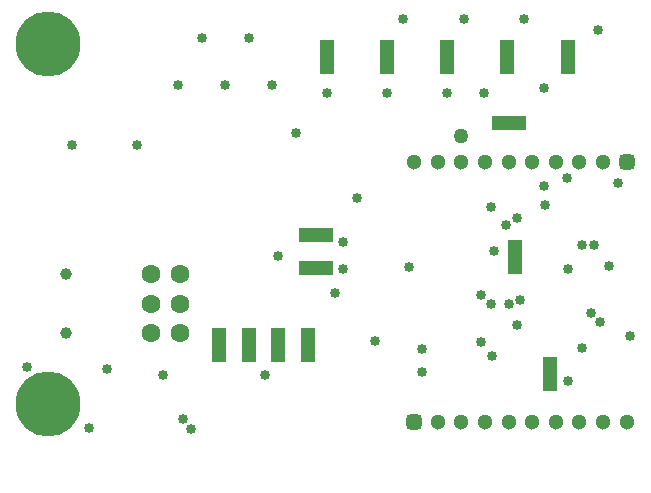
<source format=gbs>
G04*
G04 #@! TF.GenerationSoftware,Altium Limited,Altium Designer,24.1.2 (44)*
G04*
G04 Layer_Color=16711935*
%FSLAX44Y44*%
%MOMM*%
G71*
G04*
G04 #@! TF.SameCoordinates,8940CB7B-32E8-470A-AB05-D825E909EC58*
G04*
G04*
G04 #@! TF.FilePolarity,Negative*
G04*
G01*
G75*
%ADD39C,1.3000*%
G04:AMPARAMS|DCode=40|XSize=1.3mm|YSize=1.3mm|CornerRadius=0.325mm|HoleSize=0mm|Usage=FLASHONLY|Rotation=180.000|XOffset=0mm|YOffset=0mm|HoleType=Round|Shape=RoundedRectangle|*
%AMROUNDEDRECTD40*
21,1,1.3000,0.6500,0,0,180.0*
21,1,0.6500,1.3000,0,0,180.0*
1,1,0.6500,-0.3250,0.3250*
1,1,0.6500,0.3250,0.3250*
1,1,0.6500,0.3250,-0.3250*
1,1,0.6500,-0.3250,-0.3250*
%
%ADD40ROUNDEDRECTD40*%
%ADD41C,5.5000*%
%ADD42C,1.6000*%
%ADD43C,1.0000*%
%ADD44C,0.8500*%
%ADD45C,1.2700*%
%ADD49R,3.0000X1.2000*%
%ADD50R,1.2000X3.0000*%
G36*
X282200Y30700D02*
Y30800D01*
X282100D01*
Y30700D01*
X282200D01*
D02*
G37*
G36*
X519900Y-30100D02*
X520000D01*
Y-30000D01*
X519900D01*
Y-30100D01*
D02*
G37*
D39*
X345000Y240000D02*
D03*
X365000D02*
D03*
X385000D02*
D03*
X505000D02*
D03*
X485000D02*
D03*
X465000D02*
D03*
X445000D02*
D03*
X425000D02*
D03*
X405000D02*
D03*
X525000Y20000D02*
D03*
X505000D02*
D03*
X485000D02*
D03*
X365000D02*
D03*
X385000D02*
D03*
X405000D02*
D03*
X425000D02*
D03*
X445000D02*
D03*
X465000D02*
D03*
D40*
X525000Y240000D02*
D03*
X345000Y20000D02*
D03*
D41*
X35000Y35000D02*
D03*
Y340000D02*
D03*
D42*
X146800Y95000D02*
D03*
Y120000D02*
D03*
Y145000D02*
D03*
X121800Y95000D02*
D03*
Y120000D02*
D03*
Y145000D02*
D03*
D43*
X50000D02*
D03*
Y95000D02*
D03*
D44*
X402000Y128000D02*
D03*
X352000Y62000D02*
D03*
X284856Y172250D02*
D03*
X297000Y210000D02*
D03*
X341000Y151000D02*
D03*
X271000Y299000D02*
D03*
X404000D02*
D03*
X438000Y361000D02*
D03*
X387000D02*
D03*
X336000D02*
D03*
X455000Y303000D02*
D03*
Y220000D02*
D03*
X402000Y88000D02*
D03*
X132023Y60023D02*
D03*
X312000Y89000D02*
D03*
X225000Y305000D02*
D03*
X245000Y265000D02*
D03*
X205000Y345000D02*
D03*
X185000Y305000D02*
D03*
X165000Y345000D02*
D03*
X145000Y305000D02*
D03*
X413000Y165000D02*
D03*
X219000Y60000D02*
D03*
X501000Y352000D02*
D03*
X456000Y204000D02*
D03*
X410000Y202000D02*
D03*
X423000Y187000D02*
D03*
X425000Y120000D02*
D03*
X230000Y161000D02*
D03*
X17000Y67000D02*
D03*
X85000Y65000D02*
D03*
X149000Y23000D02*
D03*
X156000Y14000D02*
D03*
X285000Y150000D02*
D03*
X352000Y82000D02*
D03*
X278000Y129000D02*
D03*
X502500Y105000D02*
D03*
X373000Y299000D02*
D03*
X322000D02*
D03*
X435000Y123000D02*
D03*
X432500Y102500D02*
D03*
X70000Y15000D02*
D03*
X110000Y255000D02*
D03*
X55000D02*
D03*
X410821Y75547D02*
D03*
X410000Y120000D02*
D03*
X474110Y226653D02*
D03*
X487500Y82500D02*
D03*
Y170000D02*
D03*
X475000Y55000D02*
D03*
Y150000D02*
D03*
X495000Y112500D02*
D03*
X497500Y170000D02*
D03*
X432500Y192500D02*
D03*
X527500Y92500D02*
D03*
X510000Y152500D02*
D03*
X517500Y222500D02*
D03*
D45*
X385000Y262000D02*
D03*
D49*
X262000Y178000D02*
D03*
Y150500D02*
D03*
X425000Y273000D02*
D03*
D50*
X322000Y329000D02*
D03*
X271000D02*
D03*
X460000Y61000D02*
D03*
X430000Y160000D02*
D03*
X373250Y329500D02*
D03*
X475000Y329000D02*
D03*
X424000D02*
D03*
X230000Y85000D02*
D03*
X205000D02*
D03*
X180000D02*
D03*
X255000Y85000D02*
D03*
M02*

</source>
